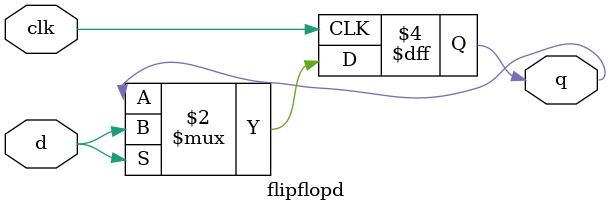
<source format=v>
module flipflopd(input clk, input d, output reg q);

 always @(posedge clk) begin
  if(d)
   q <= d;
 end

endmodule //by: yasmin
</source>
